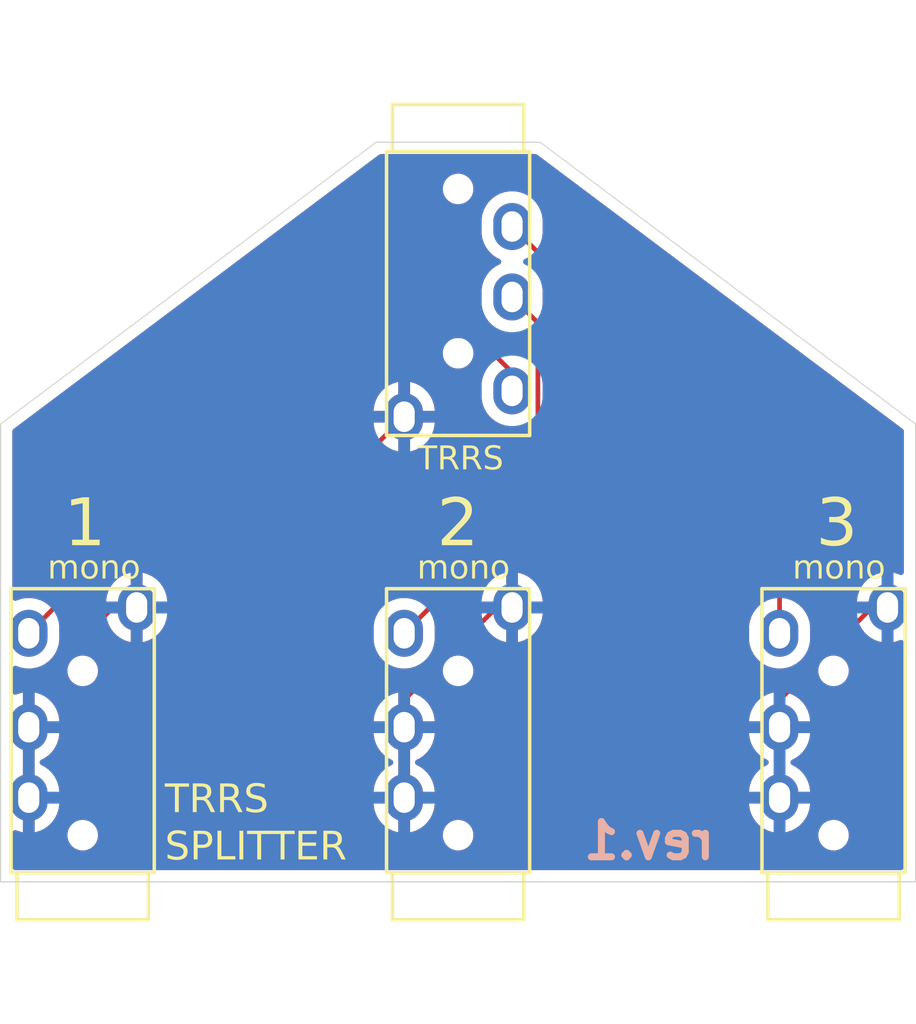
<source format=kicad_pcb>
(kicad_pcb (version 20240108) (generator "pcbnew") (generator_version "8.0")
  (layers (0 "F.Cu" signal) (31 "B.Cu" signal) (34 "B.Paste" user) (35 "F.Paste" user) (36 "B.SilkS" user "B.Silkscreen") (37 "F.SilkS" user "F.Silkscreen") (38 "B.Mask" user) (39 "F.Mask" user) (44 "Edge.Cuts" user))
  (net 0 "")
  (net 1 "SPLITTER_GROUND")
  (net 2 "3")
  (net 3 "1")
  (net 4 "2")
  (footprint "ScottoKeebs_Components:TRRS_PJ-320A" (layer "F.Cu") (at 158.5 98.112501 180)
    (property "Reference" "U4")
    (property "Value" "TRRS")
    (fp_line (start 3.05 12.1) (end -3.05 12.1) (stroke (width 0.15)) (layer "F.SilkS"))
    (fp_line (start 3.049997 0.000002) (end 3.05 12.1) (stroke (width 0.15)) (layer "F.SilkS"))
    (fp_line (start 3.049997 0.000002) (end -3.049997 -0.000002) (stroke (width 0.15)) (layer "F.SilkS"))
    (fp_line (start 2.800004 0.000001) (end 2.799999 -1.999999) (stroke (width 0.15)) (layer "F.SilkS"))
    (fp_line (start 2.799999 -1.999999) (end -2.799999 -1.999999) (stroke (width 0.15)) (layer "F.SilkS"))
    (fp_line (start -2.800004 -0.000001) (end -2.799999 -1.999999) (stroke (width 0.15)) (layer "F.SilkS"))
    (fp_line (start -3.049997 -0.000002) (end -3.05 12.1) (stroke (width 0.15)) (layer "F.SilkS"))
    (pad "" np_thru_hole circle (at -0.000002 8.600003 180) (size 0.8 0.8) (drill 0.8) (layers "*.Cu" "*.Mask"))
    (pad "" np_thru_hole circle (at -0.000001 1.599999 180) (size 0.8 0.8) (drill 0.8) (layers "*.Cu" "*.Mask"))
    (pad "1" thru_hole oval (at -2.299998 11.3 180) (size 1.6 2) (drill oval 0.9 1.3) (layers "*.Cu" "*.Mask") (net 1 "SPLITTER_GROUND"))
    (pad "2" thru_hole oval (at 2.299997 10.200004 180) (size 1.6 2) (drill oval 0.9 1.3) (layers "*.Cu" "*.Mask") (net 2 "3"))
    (pad "3" thru_hole oval (at 2.299998 6.199998 180) (size 1.6 2) (drill oval 0.9 1.3) (layers "*.Cu" "*.Mask") (net 1 "SPLITTER_GROUND"))
    (pad "4" thru_hole oval (at 2.3 3.200002 180) (size 1.6 2) (drill oval 0.9 1.3) (layers "*.Cu" "*.Mask") (net 1 "SPLITTER_GROUND"))
  )
  (footprint "ScottoKeebs_Components:TRRS_PJ-320A" (layer "F.Cu") (at 126.5 98.112501 180)
    (property "Reference" "U2")
    (property "Value" "TRRS")
    (fp_line (start 3.05 12.1) (end -3.05 12.1) (stroke (width 0.15)) (layer "F.SilkS"))
    (fp_line (start 3.049997 0.000002) (end 3.05 12.1) (stroke (width 0.15)) (layer "F.SilkS"))
    (fp_line (start 3.049997 0.000002) (end -3.049997 -0.000002) (stroke (width 0.15)) (layer "F.SilkS"))
    (fp_line (start 2.800003 0.000001) (end 2.799999 -1.999999) (stroke (width 0.15)) (layer "F.SilkS"))
    (fp_line (start 2.799999 -1.999999) (end -2.799999 -1.999999) (stroke (width 0.15)) (layer "F.SilkS"))
    (fp_line (start -2.800003 -0.000001) (end -2.799999 -1.999999) (stroke (width 0.15)) (layer "F.SilkS"))
    (fp_line (start -3.049997 -0.000002) (end -3.05 12.1) (stroke (width 0.15)) (layer "F.SilkS"))
    (pad "" np_thru_hole circle (at -0.000002 8.600003 180) (size 0.8 0.8) (drill 0.8) (layers "*.Cu" "*.Mask"))
    (pad "" np_thru_hole circle (at -0.000001 1.599999 180) (size 0.8 0.8) (drill 0.8) (layers "*.Cu" "*.Mask"))
    (pad "1" thru_hole oval (at -2.299998 11.3 180) (size 1.6 2) (drill oval 0.9 1.3) (layers "*.Cu" "*.Mask") (net 1 "SPLITTER_GROUND"))
    (pad "2" thru_hole oval (at 2.299997 10.200004 180) (size 1.6 2) (drill oval 0.9 1.3) (layers "*.Cu" "*.Mask") (net 3 "1"))
    (pad "3" thru_hole oval (at 2.299998 6.199998 180) (size 1.6 2) (drill oval 0.9 1.3) (layers "*.Cu" "*.Mask") (net 1 "SPLITTER_GROUND"))
    (pad "4" thru_hole oval (at 2.3 3.200002 180) (size 1.6 2) (drill oval 0.9 1.3) (layers "*.Cu" "*.Mask") (net 1 "SPLITTER_GROUND"))
  )
  (footprint "ScottoKeebs_Components:TRRS_PJ-320A" (layer "F.Cu") (at 142.5 98.112501 180)
    (property "Reference" "U3")
    (property "Value" "TRRS")
    (fp_line (start 3.05 12.1) (end -3.05 12.1) (stroke (width 0.15)) (layer "F.SilkS"))
    (fp_line (start 3.049997 0.000002) (end 3.05 12.1) (stroke (width 0.15)) (layer "F.SilkS"))
    (fp_line (start 3.049997 0.000002) (end -3.049997 -0.000002) (stroke (width 0.15)) (layer "F.SilkS"))
    (fp_line (start 2.800003 0.000001) (end 2.799999 -1.999999) (stroke (width 0.15)) (layer "F.SilkS"))
    (fp_line (start 2.799999 -1.999999) (end -2.799999 -1.999999) (stroke (width 0.15)) (layer "F.SilkS"))
    (fp_line (start -2.800003 -0.000001) (end -2.799999 -1.999999) (stroke (width 0.15)) (layer "F.SilkS"))
    (fp_line (start -3.049997 -0.000002) (end -3.05 12.1) (stroke (width 0.15)) (layer "F.SilkS"))
    (pad "" np_thru_hole circle (at -0.000002 8.600003 180) (size 0.8 0.8) (drill 0.8) (layers "*.Cu" "*.Mask"))
    (pad "" np_thru_hole circle (at -0.000001 1.599999 180) (size 0.8 0.8) (drill 0.8) (layers "*.Cu" "*.Mask"))
    (pad "1" thru_hole oval (at -2.299998 11.3 180) (size 1.6 2) (drill oval 0.9 1.3) (layers "*.Cu" "*.Mask") (net 1 "SPLITTER_GROUND"))
    (pad "2" thru_hole oval (at 2.299997 10.200004 180) (size 1.6 2) (drill oval 0.9 1.3) (layers "*.Cu" "*.Mask") (net 4 "2"))
    (pad "3" thru_hole oval (at 2.299998 6.199998 180) (size 1.6 2) (drill oval 0.9 1.3) (layers "*.Cu" "*.Mask") (net 1 "SPLITTER_GROUND"))
    (pad "4" thru_hole oval (at 2.3 3.200002 180) (size 1.6 2) (drill oval 0.9 1.3) (layers "*.Cu" "*.Mask") (net 1 "SPLITTER_GROUND"))
  )
  (footprint "ScottoKeebs_Components:TRRS_PJ-320A" (layer "F.Cu") (at 142.5 67.3875)
    (property "Reference" "U1")
    (property "Value" "TRRS")
    (fp_line (start -3.05 0) (end -3.05 12.1) (stroke (width 0.15)) (layer "F.SilkS"))
    (fp_line (start -2.8 0) (end -2.8 -2) (stroke (width 0.15)) (layer "F.SilkS"))
    (fp_line (start 2.8 -2) (end -2.8 -2) (stroke (width 0.15)) (layer "F.SilkS"))
    (fp_line (start 2.8 0) (end 2.8 -2) (stroke (width 0.15)) (layer "F.SilkS"))
    (fp_line (start 3.05 0) (end -3.05 0) (stroke (width 0.15)) (layer "F.SilkS"))
    (fp_line (start 3.05 0) (end 3.05 12.1) (stroke (width 0.15)) (layer "F.SilkS"))
    (fp_line (start 3.05 12.1) (end -3.05 12.1) (stroke (width 0.15)) (layer "F.SilkS"))
    (pad "" np_thru_hole circle (at 0 1.6) (size 0.8 0.8) (drill 0.8) (layers "*.Cu" "*.Mask"))
    (pad "" np_thru_hole circle (at 0 8.6) (size 0.8 0.8) (drill 0.8) (layers "*.Cu" "*.Mask"))
    (pad "1" thru_hole oval (at -2.3 11.3) (size 1.6 2) (drill oval 0.9 1.3) (layers "*.Cu" "*.Mask") (net 1 "SPLITTER_GROUND"))
    (pad "2" thru_hole oval (at 2.3 10.2) (size 1.6 2) (drill oval 0.9 1.3) (layers "*.Cu" "*.Mask") (net 3 "1"))
    (pad "3" thru_hole oval (at 2.3 6.2) (size 1.6 2) (drill oval 0.9 1.3) (layers "*.Cu" "*.Mask") (net 4 "2"))
    (pad "4" thru_hole oval (at 2.3 3.2) (size 1.6 2) (drill oval 0.9 1.3) (layers "*.Cu" "*.Mask") (net 2 "3"))
  )
  (gr_poly (pts (xy 123 98.5) (xy 162 98.5) (xy 162 79) (xy 146 67) (xy 139 67) (xy 123 79)) (stroke (width 0.05)) (fill none) (layer "Edge.Cuts"))
  (gr_text "rev.1" (at 153.590625 97.63125 0) (layer "B.SilkS") (effects (font (size 1.5 1.5) (thickness 0.3) (bold yes)) (justify left bottom mirror)))
  (gr_text "1" (at 125.7 84.5 0) (layer "F.SilkS") (effects (font (size 2 2)) (justify left bottom)))
  (gr_text "3" (at 157.75 84.5 0) (layer "F.SilkS") (effects (font (size 2 2)) (justify left bottom)))
  (gr_text "mono" (at 156.75 85.75 0) (layer "F.SilkS") (effects (font (size 1 1)) (justify left bottom)))
  (gr_text "TRRS" (at 140.75 81.1 0) (layer "F.SilkS") (effects (font (size 1 1)) (justify left bottom)))
  (gr_text "mono" (at 125 85.75 0) (layer "F.SilkS") (effects (font (size 1 1)) (justify left bottom)))
  (gr_text "mono" (at 140.75 85.75 0) (layer "F.SilkS") (effects (font (size 1 1)) (justify left bottom)))
  (gr_text "TRRS\nSPLITTER" (at 130 97.75 0) (layer "F.SilkS") (effects (font (size 1.2 1.2)) (justify left bottom)))
  (gr_text "2" (at 141.6 84.5 0) (layer "F.SilkS") (effects (font (size 2 2)) (justify left bottom)))
  (segment (start 124.2 91.912505) (end 124.200002 91.912503) (width 0.2) (layer "F.Cu") (net 1))
  (segment (start 124.2 94.912499) (end 124.2 91.912505) (width 0.2) (layer "F.Cu") (net 1))
  (segment (start 140.2 94.912499) (end 140.2 91.912505) (width 0.2) (layer "F.Cu") (net 1))
  (segment (start 156.200002 90.751838) (end 160.139339 86.812501) (width 0.2) (layer "F.Cu") (net 1))
  (segment (start 140.2 91.912505) (end 140.200002 91.912503) (width 0.2) (layer "F.Cu") (net 1))
  (segment (start 132.074999 86.812501) (end 140.2 78.6875) (width 0.2) (layer "F.Cu") (net 1))
  (segment (start 127.799998 86.812501) (end 124.200002 90.412497) (width 0.2) (layer "F.Cu") (net 1))
  (segment (start 156.2 91.912505) (end 156.200002 91.912503) (width 0.2) (layer "F.Cu") (net 1))
  (segment (start 156.200002 91.912503) (end 156.200002 90.751838) (width 0.2) (layer "F.Cu") (net 1))
  (segment (start 156.2 94.912499) (end 156.2 91.912505) (width 0.2) (layer "F.Cu") (net 1))
  (segment (start 124.2 94.912499) (end 156.2 94.912499) (width 0.2) (layer "F.Cu") (net 1))
  (segment (start 140.200002 90.751838) (end 144.139339 86.812501) (width 0.2) (layer "F.Cu") (net 1))
  (segment (start 144.139339 86.812501) (end 144.799998 86.812501) (width 0.2) (layer "F.Cu") (net 1))
  (segment (start 124.200002 90.412497) (end 124.200002 91.912503) (width 0.2) (layer "F.Cu") (net 1))
  (segment (start 160.139339 86.812501) (end 160.799998 86.812501) (width 0.2) (layer "F.Cu") (net 1))
  (segment (start 128.799998 86.812501) (end 127.799998 86.812501) (width 0.2) (layer "F.Cu") (net 1))
  (segment (start 140.200002 91.912503) (end 140.200002 90.751838) (width 0.2) (layer "F.Cu") (net 1))
  (segment (start 128.799998 86.812501) (end 132.074999 86.812501) (width 0.2) (layer "F.Cu") (net 1))
  (segment (start 156.200003 81.987503) (end 144.8 70.5875) (width 0.2) (layer "F.Cu") (net 2))
  (segment (start 156.200003 87.912497) (end 156.200003 81.987503) (width 0.2) (layer "F.Cu") (net 2))
  (segment (start 136.875 75.2375) (end 143.2375 75.2375) (width 0.2) (layer "F.Cu") (net 3))
  (segment (start 143.2375 75.2375) (end 144.8 76.8) (width 0.2) (layer "F.Cu") (net 3))
  (segment (start 124.200003 87.912497) (end 136.875 75.2375) (width 0.2) (layer "F.Cu") (net 3))
  (segment (start 144.8 76.8) (end 144.8 77.5875) (width 0.2) (layer "F.Cu") (net 3))
  (segment (start 145.9 74.6875) (end 144.8 73.5875) (width 0.2) (layer "F.Cu") (net 4))
  (segment (start 140.200003 87.912497) (end 145.9 82.2125) (width 0.2) (layer "F.Cu") (net 4))
  (segment (start 145.9 82.2125) (end 145.9 74.6875) (width 0.2) (layer "F.Cu") (net 4))
  (zone (net 1) (net_name "SPLITTER_GROUND") (layers "F&B.Cu") (connect_pads (clearance 0.5)) (min_thickness 0.25) (fill yes (thermal_gap 0.5) (thermal_bridge_width 0.5))
    (polygon (pts (xy 123 79) (xy 123 98.5) (xy 162 98.5) (xy 162 79) (xy 146 67) (xy 139 67)))
  )
)
</source>
